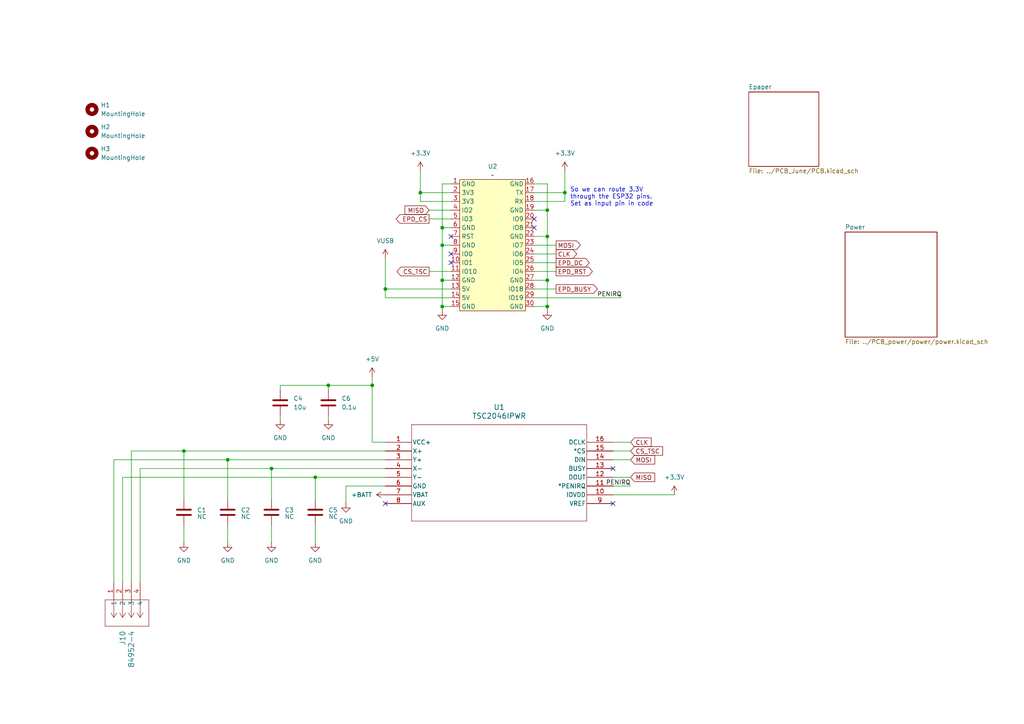
<source format=kicad_sch>
(kicad_sch (version 20250114) (generator "eeschema") (generator_version "9.0")
  (paper "A4")
  (lib_symbols
    (symbol "2025-04-15_05-15-59:84952-4" (pin_names (offset 0.254))
      (property "Reference" "J" (at 8.89 6.35 0))
      (property "Value" "84952-4" (at 0 0 0))
      (symbol "84952-4_1_1"
        (polyline (pts (xy 5.08 2.54) (xy 5.08 -10.16)) (stroke (width 0.127)))
        (polyline (pts (xy 5.08 -10.16) (xy 12.7 -10.16)) (stroke (width 0.127)))
        (polyline (pts (xy 10.16 0) (xy 5.08 0)) (stroke (width 0.127)))
        (polyline (pts (xy 10.16 0) (xy 8.89 0.8467)) (stroke (width 0.127)))
        (polyline (pts (xy 10.16 0) (xy 8.89 -0.8467)) (stroke (width 0.127)))
        (polyline (pts (xy 10.16 -2.54) (xy 5.08 -2.54)) (stroke (width 0.127)))
        (polyline (pts (xy 10.16 -2.54) (xy 8.89 -1.6933)) (stroke (width 0.127)))
        (polyline (pts (xy 10.16 -2.54) (xy 8.89 -3.3867)) (stroke (width 0.127)))
        (polyline (pts (xy 10.16 -5.08) (xy 5.08 -5.08)) (stroke (width 0.127)))
        (polyline (pts (xy 10.16 -5.08) (xy 8.89 -4.2333)) (stroke (width 0.127)))
        (polyline (pts (xy 10.16 -5.08) (xy 8.89 -5.9267)) (stroke (width 0.127)))
        (polyline (pts (xy 10.16 -7.62) (xy 5.08 -7.62)) (stroke (width 0.127)))
        (polyline (pts (xy 10.16 -7.62) (xy 8.89 -6.7733)) (stroke (width 0.127)))
        (polyline (pts (xy 10.16 -7.62) (xy 8.89 -8.4667)) (stroke (width 0.127)))
        (polyline (pts (xy 12.7 2.54) (xy 5.08 2.54)) (stroke (width 0.127)))
        (polyline (pts (xy 12.7 -10.16) (xy 12.7 2.54)) (stroke (width 0.127)))
        (pin unspecified line (at 0 0 0) (length 5.08) (name "1") (number "1"))
        (pin unspecified line (at 0 -2.54 0) (length 5.08) (name "2") (number "2"))
        (pin unspecified line (at 0 -5.08 0) (length 5.08) (name "3") (number "3"))
        (pin unspecified line (at 0 -7.62 0) (length 5.08) (name "4") (number "4"))
      )
      (symbol "84952-4_1_2"
        (polyline (pts (xy 5.08 2.54) (xy 5.08 -10.16)) (stroke (width 0.127)))
        (polyline (pts (xy 5.08 -10.16) (xy 12.7 -10.16)) (stroke (width 0.127)))
        (polyline (pts (xy 7.62 0) (xy 5.08 0)) (stroke (width 0.127)))
        (polyline (pts (xy 7.62 0) (xy 8.89 0.8467)) (stroke (width 0.127)))
        (polyline (pts (xy 7.62 0) (xy 8.89 -0.8467)) (stroke (width 0.127)))
        (polyline (pts (xy 7.62 -2.54) (xy 5.08 -2.54)) (stroke (width 0.127)))
        (polyline (pts (xy 7.62 -2.54) (xy 8.89 -1.6933)) (stroke (width 0.127)))
        (polyline (pts (xy 7.62 -2.54) (xy 8.89 -3.3867)) (stroke (width 0.127)))
        (polyline (pts (xy 7.62 -5.08) (xy 5.08 -5.08)) (stroke (width 0.127)))
        (polyline (pts (xy 7.62 -5.08) (xy 8.89 -4.2333)) (stroke (width 0.127)))
        (polyline (pts (xy 7.62 -5.08) (xy 8.89 -5.9267)) (stroke (width 0.127)))
        (polyline (pts (xy 7.62 -7.62) (xy 5.08 -7.62)) (stroke (width 0.127)))
        (polyline (pts (xy 7.62 -7.62) (xy 8.89 -6.7733)) (stroke (width 0.127)))
        (polyline (pts (xy 7.62 -7.62) (xy 8.89 -8.4667)) (stroke (width 0.127)))
        (polyline (pts (xy 12.7 2.54) (xy 5.08 2.54)) (stroke (width 0.127)))
        (polyline (pts (xy 12.7 -10.16) (xy 12.7 2.54)) (stroke (width 0.127)))
        (pin unspecified line (at 0 0 0) (length 5.08) (name "1") (number "1"))
        (pin unspecified line (at 0 -2.54 0) (length 5.08) (name "2") (number "2"))
        (pin unspecified line (at 0 -5.08 0) (length 5.08) (name "3") (number "3"))
        (pin unspecified line (at 0 -7.62 0) (length 5.08) (name "4") (number "4"))
      )
    )
    (symbol "Device:C" (pin_numbers (hide yes)) (pin_names (offset 0.254))
      (property "Reference" "C" (at 0.635 2.54 0))
      (property "Value" "C" (at 0.635 -2.54 0))
      (symbol "C_0_1"
        (polyline (pts (xy -2.032 0.762) (xy 2.032 0.762)) (stroke (width 0.508)))
        (polyline (pts (xy -2.032 -0.762) (xy 2.032 -0.762)) (stroke (width 0.508)))
      )
      (symbol "C_1_1"
        (pin passive line (at 0 3.81 270) (length 2.794) (name "~") (number "1"))
        (pin passive line (at 0 -3.81 90) (length 2.794) (name "~") (number "2"))
      )
    )
    (symbol "Mechanical:MountingHole" (pin_names (offset 1.016)) (in_bom no)
      (property "Reference" "H" (at 0 5.08 0))
      (property "Value" "MountingHole" (at 0 3.175 0))
      (symbol "MountingHole_0_1"
        (circle (center 0 0) (radius 1.27) (stroke (width 1.27)))
      )
    )
    (symbol "Symbols:ESP32C3-mini_Devboard"
      (property "Reference" "U" (at 0.254 14.478 0))
      (symbol "ESP32C3-mini_Devboard_1_1"
        (rectangle (start -7.62 11.43) (end 11.43 -26.67) (fill (type background)))
        (pin bidirectional line (at -10.16 10.16 0) (length 2.54) (name "GND") (number "1"))
        (pin power_out line (at -10.16 7.62 0) (length 2.54) (name "3V3") (number "2"))
        (pin power_out line (at -10.16 5.08 0) (length 2.54) (name "3V3") (number "3"))
        (pin bidirectional line (at -10.16 2.54 0) (length 2.54) (name "IO2") (number "4"))
        (pin bidirectional line (at -10.16 0 0) (length 2.54) (name "IO3") (number "5"))
        (pin bidirectional line (at -10.16 -2.54 0) (length 2.54) (name "GND") (number "6"))
        (pin bidirectional line (at -10.16 -5.08 0) (length 2.54) (name "RST") (number "7"))
        (pin bidirectional line (at -10.16 -7.62 0) (length 2.54) (name "GND") (number "8"))
        (pin bidirectional line (at -10.16 -10.16 0) (length 2.54) (name "IO0") (number "9"))
        (pin bidirectional line (at -10.16 -12.7 0) (length 2.54) (name "IO1") (number "10"))
        (pin bidirectional line (at -10.16 -15.24 0) (length 2.54) (name "IO10") (number "11"))
        (pin bidirectional line (at -10.16 -17.78 0) (length 2.54) (name "GND") (number "12"))
        (pin bidirectional line (at -10.16 -20.32 0) (length 2.54) (name "5V") (number "13"))
        (pin bidirectional line (at -10.16 -22.86 0) (length 2.54) (name "5V") (number "14"))
        (pin bidirectional line (at -10.16 -25.4 0) (length 2.54) (name "GND") (number "15"))
        (pin bidirectional line (at 13.97 10.16 180) (length 2.54) (name "GND") (number "16"))
        (pin output line (at 13.97 7.62 180) (length 2.54) (name "TX") (number "17"))
        (pin input line (at 13.97 5.08 180) (length 2.54) (name "RX") (number "18"))
        (pin bidirectional line (at 13.97 2.54 180) (length 2.54) (name "GND") (number "19"))
        (pin bidirectional line (at 13.97 0 180) (length 2.54) (name "IO9") (number "20"))
        (pin bidirectional line (at 13.97 -2.54 180) (length 2.54) (name "IO8") (number "21"))
        (pin bidirectional line (at 13.97 -5.08 180) (length 2.54) (name "GND") (number "22"))
        (pin bidirectional line (at 13.97 -7.62 180) (length 2.54) (name "IO7") (number "23"))
        (pin bidirectional line (at 13.97 -10.16 180) (length 2.54) (name "IO6") (number "24"))
        (pin bidirectional line (at 13.97 -12.7 180) (length 2.54) (name "IO5") (number "25"))
        (pin bidirectional line (at 13.97 -15.24 180) (length 2.54) (name "IO4") (number "26"))
        (pin bidirectional line (at 13.97 -17.78 180) (length 2.54) (name "GND") (number "27"))
        (pin bidirectional line (at 13.97 -20.32 180) (length 2.54) (name "IO18") (number "28"))
        (pin bidirectional line (at 13.97 -22.86 180) (length 2.54) (name "IO19") (number "29"))
        (pin bidirectional line (at 13.97 -25.4 180) (length 2.54) (name "GND") (number "30"))
      )
    )
    (symbol "Symbols:TSC2046IPWR" (pin_names (offset 0.254))
      (property "Reference" "U" (at 33.02 10.16 0))
      (property "Value" "TSC2046IPWR" (at 33.02 7.62 0))
      (symbol "TSC2046IPWR_0_1"
        (polyline (pts (xy 7.62 5.08) (xy 7.62 -22.86)) (stroke (width 0.127)))
        (polyline (pts (xy 7.62 -22.86) (xy 58.42 -22.86)) (stroke (width 0.127)))
        (polyline (pts (xy 58.42 5.08) (xy 7.62 5.08)) (stroke (width 0.127)))
        (polyline (pts (xy 58.42 -22.86) (xy 58.42 5.08)) (stroke (width 0.127)))
        (pin power_in line (at 0 0 0) (length 7.62) (name "VCC+") (number "1"))
        (pin input line (at 0 -2.54 0) (length 7.62) (name "X+") (number "2"))
        (pin input line (at 0 -5.08 0) (length 7.62) (name "Y+") (number "3"))
        (pin input line (at 0 -7.62 0) (length 7.62) (name "X-") (number "4"))
        (pin input line (at 0 -10.16 0) (length 7.62) (name "Y-") (number "5"))
        (pin power_in line (at 0 -12.7 0) (length 7.62) (name "GND") (number "6"))
        (pin input line (at 0 -15.24 0) (length 7.62) (name "VBAT") (number "7"))
        (pin input line (at 0 -17.78 0) (length 7.62) (name "AUX") (number "8"))
        (pin input line (at 66.04 0 180) (length 7.62) (name "DCLK") (number "16"))
        (pin input line (at 66.04 -2.54 180) (length 7.62) (name "*CS") (number "15"))
        (pin input line (at 66.04 -5.08 180) (length 7.62) (name "DIN") (number "14"))
        (pin output line (at 66.04 -7.62 180) (length 7.62) (name "BUSY") (number "13"))
        (pin output line (at 66.04 -10.16 180) (length 7.62) (name "DOUT") (number "12"))
        (pin input line (at 66.04 -12.7 180) (length 7.62) (name "*PENIRQ") (number "11"))
        (pin bidirectional line (at 66.04 -15.24 180) (length 7.62) (name "IOVDD") (number "10"))
        (pin power_in line (at 66.04 -17.78 180) (length 7.62) (name "VREF") (number "9"))
      )
    )
    (symbol "power:+3.3V" (power) (pin_numbers (hide yes)) (pin_names (offset 0) (hide yes))
      (property "Value" "+3.3V" (at 0 3.556 0))
      (symbol "+3.3V_0_1"
        (polyline (pts (xy -0.762 1.27) (xy 0 2.54)))
        (polyline (pts (xy 0 2.54) (xy 0.762 1.27)))
        (polyline (pts (xy 0 0) (xy 0 2.54)))
      )
      (symbol "+3.3V_1_1"
        (pin power_in line (at 0 0 90) (length 0) (name "~") (number "1"))
      )
    )
    (symbol "power:+5V" (power) (pin_numbers (hide yes)) (pin_names (offset 0) (hide yes))
      (property "Value" "+5V" (at 0 3.556 0))
      (symbol "+5V_0_1"
        (polyline (pts (xy -0.762 1.27) (xy 0 2.54)))
        (polyline (pts (xy 0 2.54) (xy 0.762 1.27)))
        (polyline (pts (xy 0 0) (xy 0 2.54)))
      )
      (symbol "+5V_1_1"
        (pin power_in line (at 0 0 90) (length 0) (name "~") (number "1"))
      )
    )
    (symbol "power:+BATT" (power) (pin_numbers (hide yes)) (pin_names (offset 0) (hide yes))
      (property "Value" "+BATT" (at 0 3.556 0))
      (symbol "+BATT_0_1"
        (polyline (pts (xy -0.762 1.27) (xy 0 2.54)))
        (polyline (pts (xy 0 2.54) (xy 0.762 1.27)))
        (polyline (pts (xy 0 0) (xy 0 2.54)))
      )
      (symbol "+BATT_1_1"
        (pin power_in line (at 0 0 90) (length 0) (name "~") (number "1"))
      )
    )
    (symbol "power:GND" (power) (pin_numbers (hide yes)) (pin_names (offset 0) (hide yes))
      (property "Value" "GND" (at 0 -3.81 0))
      (symbol "GND_0_1"
        (polyline (pts (xy 0 0) (xy 0 -1.27) (xy 1.27 -1.27) (xy 0 -2.54) (xy -1.27 -1.27) (xy 0 -1.27)))
      )
      (symbol "GND_1_1"
        (pin power_in line (at 0 0 270) (length 0) (name "~") (number "1"))
      )
    )
  )
  (text "So we can route 3.3V \nthrough the ESP32 pins.\nSet as input pin in code" (at 165.354 57.15 0) (effects (font (size 1.27 1.27)) (justify left)))
  (junction (at 111.76 83.82))
  (junction (at 53.34 130.81))
  (junction (at 128.27 71.12))
  (junction (at 78.74 135.89))
  (junction (at 158.75 60.96))
  (junction (at 107.95 111.76))
  (junction (at 128.27 81.28))
  (junction (at 163.83 55.88))
  (junction (at 91.44 138.43))
  (junction (at 128.27 88.9))
  (junction (at 158.75 68.58))
  (junction (at 158.75 81.28))
  (junction (at 121.92 55.88))
  (junction (at 95.25 111.76))
  (junction (at 128.27 66.04))
  (junction (at 158.75 88.9))
  (junction (at 66.04 133.35))
  (no_connect (at 130.81 73.66))
  (no_connect (at 177.8 146.05))
  (no_connect (at 177.8 135.89))
  (no_connect (at 154.94 66.04))
  (no_connect (at 154.94 63.5))
  (no_connect (at 130.81 68.58))
  (no_connect (at 111.76 146.05))
  (no_connect (at 130.81 76.2))
  (wire (pts (xy 66.04 133.35) (xy 111.76 133.35)))
  (wire (pts (xy 154.94 81.28) (xy 158.75 81.28)))
  (wire (pts (xy 158.75 81.28) (xy 158.75 88.9)))
  (wire (pts (xy 91.44 152.4) (xy 91.44 157.48)))
  (wire (pts (xy 35.56 138.43) (xy 35.56 168.91)))
  (wire (pts (xy 154.94 86.36) (xy 180.34 86.36)))
  (wire (pts (xy 154.94 55.88) (xy 163.83 55.88)))
  (wire (pts (xy 91.44 138.43) (xy 91.44 144.78)))
  (wire (pts (xy 124.46 60.96) (xy 130.81 60.96)))
  (wire (pts (xy 121.92 58.42) (xy 130.81 58.42)))
  (wire (pts (xy 177.8 128.27) (xy 182.88 128.27)))
  (wire (pts (xy 40.64 135.89) (xy 78.74 135.89)))
  (wire (pts (xy 154.94 71.12) (xy 161.29 71.12)))
  (wire (pts (xy 53.34 130.81) (xy 111.76 130.81)))
  (wire (pts (xy 111.76 83.82) (xy 130.81 83.82)))
  (wire (pts (xy 154.94 83.82) (xy 161.29 83.82)))
  (wire (pts (xy 158.75 53.34) (xy 158.75 60.96)))
  (wire (pts (xy 154.94 53.34) (xy 158.75 53.34)))
  (wire (pts (xy 95.25 111.76) (xy 95.25 113.03)))
  (wire (pts (xy 177.8 133.35) (xy 182.88 133.35)))
  (wire (pts (xy 177.8 143.51) (xy 195.58 143.51)))
  (wire (pts (xy 38.1 130.81) (xy 53.34 130.81)))
  (wire (pts (xy 35.56 138.43) (xy 91.44 138.43)))
  (wire (pts (xy 111.76 74.93) (xy 111.76 83.82)))
  (wire (pts (xy 91.44 138.43) (xy 111.76 138.43)))
  (wire (pts (xy 154.94 58.42) (xy 163.83 58.42)))
  (wire (pts (xy 95.25 111.76) (xy 107.95 111.76)))
  (wire (pts (xy 111.76 83.82) (xy 111.76 86.36)))
  (wire (pts (xy 128.27 53.34) (xy 128.27 66.04)))
  (wire (pts (xy 177.8 138.43) (xy 182.88 138.43)))
  (wire (pts (xy 154.94 73.66) (xy 161.29 73.66)))
  (wire (pts (xy 66.04 144.78) (xy 66.04 133.35)))
  (wire (pts (xy 128.27 81.28) (xy 130.81 81.28)))
  (wire (pts (xy 154.94 78.74) (xy 161.29 78.74)))
  (wire (pts (xy 81.28 120.65) (xy 81.28 121.92)))
  (wire (pts (xy 128.27 88.9) (xy 130.81 88.9)))
  (wire (pts (xy 121.92 49.53) (xy 121.92 55.88)))
  (wire (pts (xy 154.94 88.9) (xy 158.75 88.9)))
  (wire (pts (xy 111.76 86.36) (xy 130.81 86.36)))
  (wire (pts (xy 130.81 53.34) (xy 128.27 53.34)))
  (wire (pts (xy 124.46 63.5) (xy 130.81 63.5)))
  (wire (pts (xy 78.74 144.78) (xy 78.74 135.89)))
  (wire (pts (xy 66.04 152.4) (xy 66.04 157.48)))
  (wire (pts (xy 130.81 55.88) (xy 121.92 55.88)))
  (wire (pts (xy 130.81 66.04) (xy 128.27 66.04)))
  (wire (pts (xy 154.94 60.96) (xy 158.75 60.96)))
  (wire (pts (xy 154.94 68.58) (xy 158.75 68.58)))
  (wire (pts (xy 111.76 140.97) (xy 100.33 140.97)))
  (wire (pts (xy 33.02 133.35) (xy 66.04 133.35)))
  (wire (pts (xy 107.95 128.27) (xy 111.76 128.27)))
  (wire (pts (xy 121.92 55.88) (xy 121.92 58.42)))
  (wire (pts (xy 158.75 68.58) (xy 158.75 81.28)))
  (wire (pts (xy 38.1 130.81) (xy 38.1 168.91)))
  (wire (pts (xy 107.95 109.22) (xy 107.95 111.76)))
  (wire (pts (xy 124.46 78.74) (xy 130.81 78.74)))
  (wire (pts (xy 40.64 135.89) (xy 40.64 168.91)))
  (wire (pts (xy 163.83 58.42) (xy 163.83 55.88)))
  (wire (pts (xy 53.34 130.81) (xy 53.34 144.78)))
  (wire (pts (xy 81.28 113.03) (xy 81.28 111.76)))
  (wire (pts (xy 100.33 140.97) (xy 100.33 146.05)))
  (wire (pts (xy 53.34 152.4) (xy 53.34 157.48)))
  (wire (pts (xy 78.74 135.89) (xy 111.76 135.89)))
  (wire (pts (xy 154.94 76.2) (xy 161.29 76.2)))
  (wire (pts (xy 128.27 88.9) (xy 128.27 90.17)))
  (wire (pts (xy 158.75 60.96) (xy 158.75 68.58)))
  (wire (pts (xy 107.95 128.27) (xy 107.95 111.76)))
  (wire (pts (xy 163.83 49.53) (xy 163.83 55.88)))
  (wire (pts (xy 81.28 111.76) (xy 95.25 111.76)))
  (wire (pts (xy 130.81 71.12) (xy 128.27 71.12)))
  (wire (pts (xy 158.75 88.9) (xy 158.75 90.17)))
  (wire (pts (xy 177.8 130.81) (xy 182.88 130.81)))
  (wire (pts (xy 128.27 81.28) (xy 128.27 88.9)))
  (wire (pts (xy 177.8 140.97) (xy 182.88 140.97)))
  (wire (pts (xy 95.25 120.65) (xy 95.25 121.92)))
  (wire (pts (xy 128.27 71.12) (xy 128.27 81.28)))
  (wire (pts (xy 33.02 133.35) (xy 33.02 168.91)))
  (wire (pts (xy 128.27 66.04) (xy 128.27 71.12)))
  (wire (pts (xy 78.74 152.4) (xy 78.74 157.48)))
  (label "PENIRQ" (at 180.34 86.36 180))
  (label "PENIRQ" (at 182.88 140.97 180))
  (global_label "MISO" (shape input) (at 182.88 138.43 0) (property "Intersheetrefs" "${INTERSHEET_REFS}" (effects (hide yes))))
  (global_label "EPD_DC" (shape output) (at 161.29 76.2 0) (property "Intersheetrefs" "${INTERSHEET_REFS}" (effects (hide yes))))
  (global_label "CLK" (shape input) (at 182.88 128.27 0) (property "Intersheetrefs" "${INTERSHEET_REFS}" (effects (hide yes))))
  (global_label "EPD_CS" (shape output) (at 124.46 63.5 180) (property "Intersheetrefs" "${INTERSHEET_REFS}" (effects (hide yes))))
  (global_label "CS_TSC" (shape input) (at 182.88 130.81 0) (property "Intersheetrefs" "${INTERSHEET_REFS}" (effects (hide yes))))
  (global_label "MISO" (shape input) (at 124.46 60.96 180) (property "Intersheetrefs" "${INTERSHEET_REFS}" (effects (hide yes))))
  (global_label "MOSI" (shape output) (at 161.29 71.12 0) (property "Intersheetrefs" "${INTERSHEET_REFS}" (effects (hide yes))))
  (global_label "CLK" (shape output) (at 161.29 73.66 0) (property "Intersheetrefs" "${INTERSHEET_REFS}" (effects (hide yes))))
  (global_label "EPD_RST" (shape output) (at 161.29 78.74 0) (property "Intersheetrefs" "${INTERSHEET_REFS}" (effects (hide yes))))
  (global_label "EPD_BUSY" (shape output) (at 161.29 83.82 0) (property "Intersheetrefs" "${INTERSHEET_REFS}" (effects (hide yes))))
  (global_label "CS_TSC" (shape output) (at 124.46 78.74 180) (property "Intersheetrefs" "${INTERSHEET_REFS}" (effects (hide yes))))
  (global_label "MOSI" (shape input) (at 182.88 133.35 0) (property "Intersheetrefs" "${INTERSHEET_REFS}" (effects (hide yes))))
  (symbol (lib_id "power:+3.3V") (at 163.83 49.53 0) (unit 1)
    (property "Reference" "#PWR014" (effects (hide yes)))
    (property "Value" "+3.3V" (at 163.83 44.45 0))
    (property "Description" "Power symbol creates a global label with name \"+3.3V\"" (effects (hide yes)))
  )
  (symbol (lib_id "power:+BATT") (at 111.76 143.51 90) (unit 1)
    (property "Reference" "#PWR09" (effects (hide yes)))
    (property "Value" "+BATT" (at 107.95 143.5099 90) (effects (justify left)))
    (property "Description" "Power symbol creates a global label with name \"+BATT\"" (effects (hide yes)))
  )
  (symbol (lib_id "Symbols:ESP32C3-mini_Devboard") (at 140.97 63.5 0) (unit 1)
    (property "Reference" "U2" (at 142.875 48.26 0))
    (property "Value" "~" (at 142.875 50.8 0))
    (property "Footprint" "Library:ESP32C3-mini-Devkit" (effects (hide yes)))
  )
  (symbol (lib_id "power:GND") (at 78.74 157.48 0) (unit 1)
    (property "Reference" "#PWR03" (effects (hide yes)))
    (property "Value" "GND" (at 78.74 162.56 0))
    (property "Description" "Power symbol creates a global label with name \"GND\" , ground" (effects (hide yes)))
  )
  (symbol (lib_id "Device:C") (at 81.28 116.84 0) (unit 1)
    (property "Reference" "C4" (at 85.09 115.5699 0) (effects (justify left)))
    (property "Value" "10u" (at 85.09 118.1099 0) (effects (justify left)))
    (property "Footprint" "Capacitor_SMD:C_0805_2012Metric_Pad1.18x1.45mm_HandSolder" (effects (hide yes)))
    (property "Datasheet" "https://www.digikey.com/en/products/detail/murata-electronics/GRM21BR61H106KE43L/10326316" (effects (hide yes)))
    (property "Description" "Unpolarized capacitor" (effects (hide yes)))
    (property "Part Number" "GRM21BR61H106KE43L" (effects (hide yes)))
  )
  (symbol (lib_id "power:+3.3V") (at 121.92 49.53 0) (unit 1)
    (property "Reference" "#PWR011" (effects (hide yes)))
    (property "Value" "+3.3V" (at 121.92 44.45 0))
    (property "Description" "Power symbol creates a global label with name \"+3.3V\"" (effects (hide yes)))
  )
  (symbol (lib_id "power:GND") (at 95.25 121.92 0) (unit 1)
    (property "Reference" "#PWR06" (effects (hide yes)))
    (property "Value" "GND" (at 95.25 127 0))
    (property "Description" "Power symbol creates a global label with name \"GND\" , ground" (effects (hide yes)))
  )
  (symbol (lib_id "power:+3.3V") (at 195.58 143.51 0) (unit 1)
    (property "Reference" "#PWR015" (effects (hide yes)))
    (property "Value" "+3.3V" (at 195.58 138.43 0))
    (property "Description" "Power symbol creates a global label with name \"+3.3V\"" (effects (hide yes)))
  )
  (symbol (lib_id "2025-04-15_05-15-59:84952-4") (at 33.02 168.91 90) (mirror x) (unit 1)
    (property "Reference" "J10" (at 35.5599 182.88 0) (effects (font (size 1.524 1.524)) (justify left)))
    (property "Value" "84952-4" (at 38.0999 182.88 0) (effects (font (size 1.524 1.524)) (justify left)))
    (property "Footprint" "Hongyu:CON4_SMT-RA_FCC-FPC2" (effects (hide yes)))
    (property "Datasheet" "https://www.digikey.com/en/products/detail/te-connectivity-amp-connectors/84952-4/2056112" (effects (hide yes)))
    (property "Part Number" "84952-4" (effects (hide yes)))
  )
  (symbol (lib_id "power:+BATT") (at 111.76 74.93 0) (unit 1)
    (property "Reference" "#PWR010" (effects (hide yes)))
    (property "Value" "VUSB" (at 111.76 69.85 0))
    (property "Description" "Power symbol creates a global label with name \"+BATT\"" (effects (hide yes)))
  )
  (symbol (lib_id "power:GND") (at 128.27 90.17 0) (unit 1)
    (property "Reference" "#PWR012" (effects (hide yes)))
    (property "Value" "GND" (at 128.27 95.25 0))
    (property "Description" "Power symbol creates a global label with name \"GND\" , ground" (effects (hide yes)))
  )
  (symbol (lib_id "Device:C") (at 66.04 148.59 0) (unit 1)
    (property "Reference" "C2" (at 69.85 147.9549 0) (effects (justify left)))
    (property "Value" "NC" (at 69.85 149.86 0) (effects (justify left)))
    (property "Footprint" "Capacitor_SMD:C_0603_1608Metric_Pad1.08x0.95mm_HandSolder" (effects (hide yes)))
    (property "Description" "Unpolarized capacitor" (effects (hide yes)))
  )
  (symbol (lib_id "Mechanical:MountingHole") (at 26.67 44.45 0) (unit 1) (in_bom no)
    (property "Reference" "H3" (at 29.21 43.1799 0) (effects (justify left)))
    (property "Value" "MountingHole" (at 29.21 45.7199 0) (effects (justify left)))
    (property "Footprint" "MountingHole:MountingHole_3.2mm_M3" (effects (hide yes)))
    (property "Description" "Mounting Hole without connection" (effects (hide yes)))
  )
  (symbol (lib_id "power:GND") (at 91.44 157.48 0) (unit 1)
    (property "Reference" "#PWR05" (effects (hide yes)))
    (property "Value" "GND" (at 91.44 162.56 0))
    (property "Description" "Power symbol creates a global label with name \"GND\" , ground" (effects (hide yes)))
  )
  (symbol (lib_id "Mechanical:MountingHole") (at 26.67 31.75 0) (unit 1) (in_bom no)
    (property "Reference" "H1" (at 29.21 30.4799 0) (effects (justify left)))
    (property "Value" "MountingHole" (at 29.21 33.0199 0) (effects (justify left)))
    (property "Footprint" "MountingHole:MountingHole_3.2mm_M3" (effects (hide yes)))
    (property "Description" "Mounting Hole without connection" (effects (hide yes)))
  )
  (symbol (lib_id "Mechanical:MountingHole") (at 26.67 38.1 0) (unit 1) (in_bom no)
    (property "Reference" "H2" (at 29.21 36.8299 0) (effects (justify left)))
    (property "Value" "MountingHole" (at 29.21 39.3699 0) (effects (justify left)))
    (property "Footprint" "MountingHole:MountingHole_3.2mm_M3" (effects (hide yes)))
    (property "Description" "Mounting Hole without connection" (effects (hide yes)))
  )
  (symbol (lib_id "power:GND") (at 81.28 121.92 0) (unit 1)
    (property "Reference" "#PWR04" (effects (hide yes)))
    (property "Value" "GND" (at 81.28 127 0))
    (property "Description" "Power symbol creates a global label with name \"GND\" , ground" (effects (hide yes)))
  )
  (symbol (lib_id "power:+5V") (at 107.95 109.22 0) (unit 1)
    (property "Reference" "#PWR08" (effects (hide yes)))
    (property "Value" "+5V" (at 107.95 104.14 0))
    (property "Description" "Power symbol creates a global label with name \"+5V\"" (effects (hide yes)))
  )
  (symbol (lib_id "Device:C") (at 95.25 116.84 0) (unit 1)
    (property "Reference" "C6" (at 99.06 115.5699 0) (effects (justify left)))
    (property "Value" "0.1u" (at 99.06 118.1099 0) (effects (justify left)))
    (property "Footprint" "Capacitor_SMD:C_0805_2012Metric_Pad1.18x1.45mm_HandSolder" (effects (hide yes)))
    (property "Datasheet" "https://www.digikey.com/en/products/detail/samsung-electro-mechanics/CL21B104KBCNNNC/3886661" (effects (hide yes)))
    (property "Description" "Unpolarized capacitor" (effects (hide yes)))
    (property "Part Number" "CL21B104KBCNNNC" (effects (hide yes)))
  )
  (symbol (lib_id "power:GND") (at 158.75 90.17 0) (unit 1)
    (property "Reference" "#PWR013" (effects (hide yes)))
    (property "Value" "GND" (at 158.75 95.25 0))
    (property "Description" "Power symbol creates a global label with name \"GND\" , ground" (effects (hide yes)))
  )
  (symbol (lib_id "power:GND") (at 53.34 157.48 0) (unit 1)
    (property "Reference" "#PWR01" (effects (hide yes)))
    (property "Value" "GND" (at 53.34 162.56 0))
    (property "Description" "Power symbol creates a global label with name \"GND\" , ground" (effects (hide yes)))
  )
  (symbol (lib_id "power:GND") (at 66.04 157.48 0) (unit 1)
    (property "Reference" "#PWR02" (effects (hide yes)))
    (property "Value" "GND" (at 66.04 162.56 0))
    (property "Description" "Power symbol creates a global label with name \"GND\" , ground" (effects (hide yes)))
  )
  (symbol (lib_id "Symbols:TSC2046IPWR") (at 111.76 128.27 0) (unit 1)
    (property "Reference" "U1" (at 144.78 118.11 0) (effects (font (size 1.524 1.524))))
    (property "Value" "TSC2046IPWR" (at 144.78 120.65 0) (effects (font (size 1.524 1.524))))
    (property "Footprint" "PW16" (effects (hide yes)))
    (property "Datasheet" "https://www.digikey.com/en/products/detail/texas-instruments/TSC2046IPWR/562831" (effects (hide yes)))
    (property "Part Number" "TSC2046IPWR" (effects (hide yes)))
  )
  (symbol (lib_id "Device:C") (at 78.74 148.59 0) (unit 1)
    (property "Reference" "C3" (at 82.55 147.9549 0) (effects (justify left)))
    (property "Value" "NC" (at 82.55 149.86 0) (effects (justify left)))
    (property "Footprint" "Capacitor_SMD:C_0603_1608Metric_Pad1.08x0.95mm_HandSolder" (effects (hide yes)))
    (property "Description" "Unpolarized capacitor" (effects (hide yes)))
  )
  (symbol (lib_id "Device:C") (at 91.44 148.59 0) (unit 1)
    (property "Reference" "C5" (at 95.25 147.9549 0) (effects (justify left)))
    (property "Value" "NC" (at 95.25 149.86 0) (effects (justify left)))
    (property "Footprint" "Capacitor_SMD:C_0603_1608Metric_Pad1.08x0.95mm_HandSolder" (effects (hide yes)))
    (property "Description" "Unpolarized capacitor" (effects (hide yes)))
  )
  (symbol (lib_id "power:GND") (at 100.33 146.05 0) (unit 1)
    (property "Reference" "#PWR07" (effects (hide yes)))
    (property "Value" "GND" (at 100.33 151.13 0))
    (property "Description" "Power symbol creates a global label with name \"GND\" , ground" (effects (hide yes)))
  )
  (symbol (lib_id "Device:C") (at 53.34 148.59 0) (unit 1)
    (property "Reference" "C1" (at 57.15 147.9549 0) (effects (justify left)))
    (property "Value" "NC" (at 57.15 149.86 0) (effects (justify left)))
    (property "Footprint" "Capacitor_SMD:C_0603_1608Metric_Pad1.08x0.95mm_HandSolder" (effects (hide yes)))
    (property "Description" "Unpolarized capacitor" (effects (hide yes)))
  )
  (sheet (at 245.11 67.31) (size 26.67 30.48) (stroke (width 0.1524))
    (property "Sheetname" "Power" (at 245.11 66.5984 0) (effects (justify left bottom)))
    (property "Sheetfile" "../PCB_power/power/power.kicad_sch" (at 245.11 98.3746 0) (effects (justify left top)))
  )
  (sheet (at 217.17 26.67) (size 20.32 21.59) (stroke (width 0.1524))
    (property "Sheetname" "Epaper" (at 217.17 25.9584 0) (effects (justify left bottom)))
    (property "Sheetfile" "../PCB_June/PCB.kicad_sch" (at 217.17 48.8446 0) (effects (justify left top)))
  )
)
</source>
